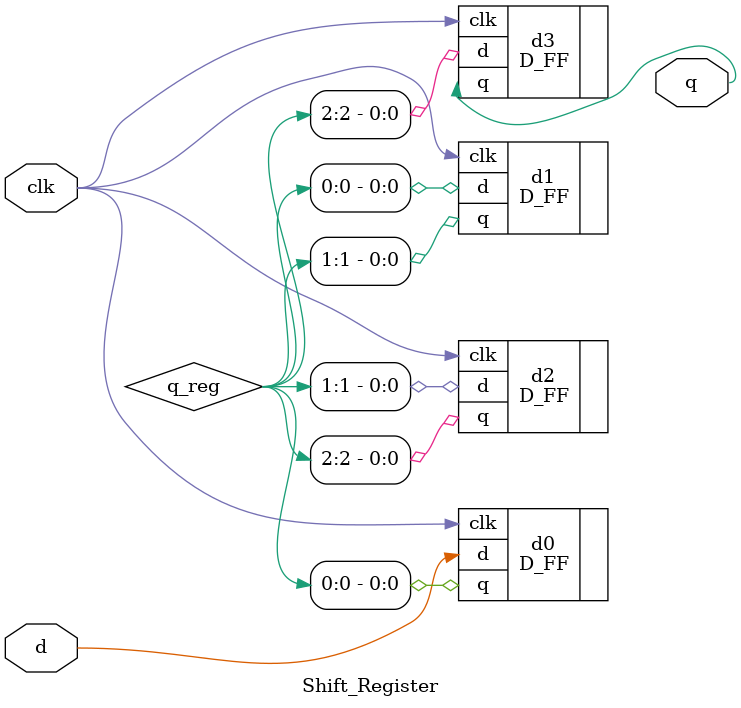
<source format=v>
module Shift_Register (
    input clk,
    input d,
    output q
);

    wire [2:0] q_reg;

    D_FF d0(.d(d), .clk(clk), .q(q_reg[0]));
    D_FF d1(.d(q_reg[0]), .clk(clk), .q(q_reg[1]));
    D_FF d2(.d(q_reg[1]), .clk(clk), .q(q_reg[2]));
    D_FF d3(.d(q_reg[2]), .clk(clk), .q(q));

endmodule

</source>
